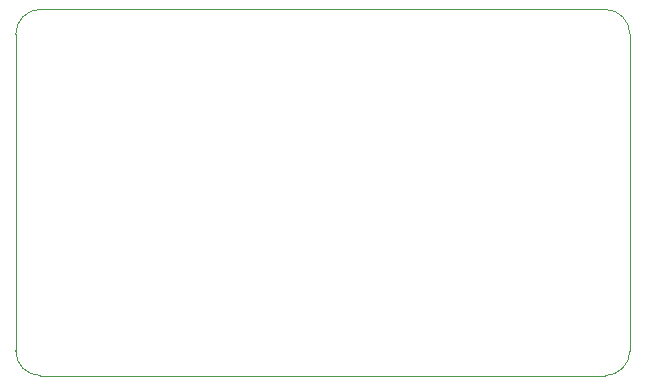
<source format=gm1>
G04 #@! TF.GenerationSoftware,KiCad,Pcbnew,(5.1.9)-1*
G04 #@! TF.CreationDate,2021-04-20T13:04:08+03:00*
G04 #@! TF.ProjectId,ESP32_SCD40-D-R2,45535033-325f-4534-9344-34302d442d52,rev?*
G04 #@! TF.SameCoordinates,Original*
G04 #@! TF.FileFunction,Profile,NP*
%FSLAX46Y46*%
G04 Gerber Fmt 4.6, Leading zero omitted, Abs format (unit mm)*
G04 Created by KiCad (PCBNEW (5.1.9)-1) date 2021-04-20 13:04:08*
%MOMM*%
%LPD*%
G01*
G04 APERTURE LIST*
G04 #@! TA.AperFunction,Profile*
%ADD10C,0.050000*%
G04 #@! TD*
G04 APERTURE END LIST*
D10*
X52000000Y-28900000D02*
G75*
G02*
X49900000Y-31000000I-2100000J0D01*
G01*
X2100000Y-31000000D02*
G75*
G02*
X0Y-28900000I0J2100000D01*
G01*
X0Y-2100000D02*
G75*
G02*
X2100000Y0I2100000J0D01*
G01*
X49900000Y0D02*
G75*
G02*
X52000000Y-2100000I0J-2100000D01*
G01*
X52000000Y-28900000D02*
X52000000Y-2100000D01*
X0Y-2100000D02*
X0Y-28900000D01*
X2100000Y0D02*
X49900000Y0D01*
X2100000Y-31000000D02*
X49900000Y-31000000D01*
M02*

</source>
